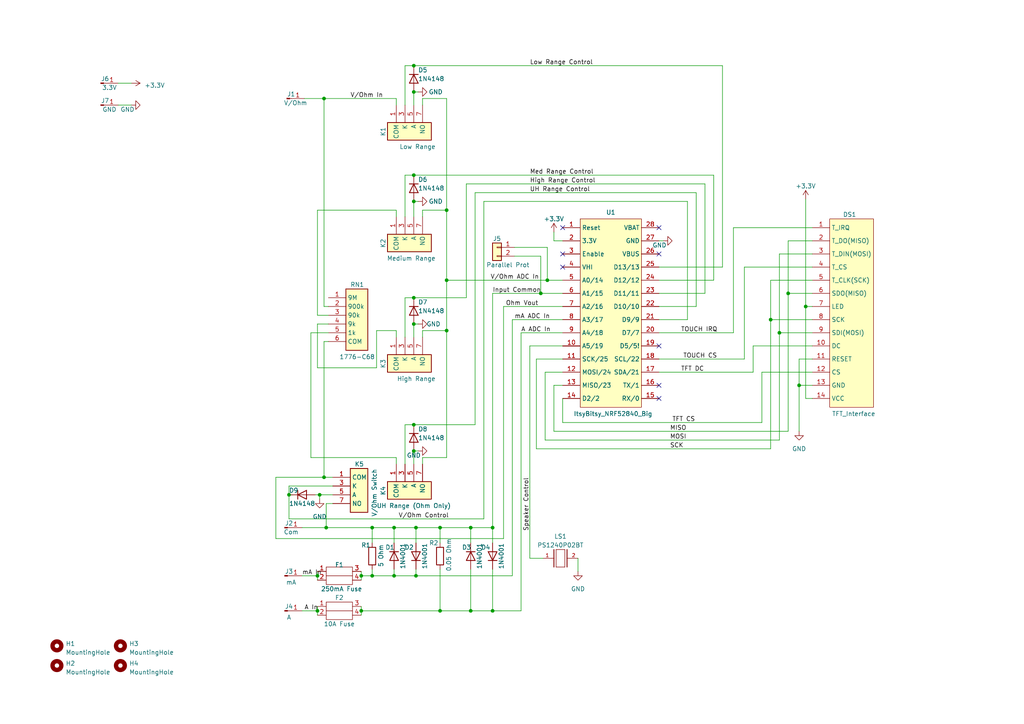
<source format=kicad_sch>
(kicad_sch (version 20230121) (generator eeschema)
  (paper "A4")
  (lib_symbols
    (symbol "502ProjectSymbols:1776-C68"
      (property "Reference" "RN" (at -2.54 13.97 0))
      (property "Value" "1776-C68" (at -2.54 11.43 0))
      (symbol "1776-C68_1_1"
        (rectangle (start -2.54 8.89) (end 3.81 -8.89) (stroke (width 0.254)) (fill (type background)))
        (pin passive line (at -7.62 6.35 0) (length 5.08) (name "9M") (number "1"))
        (pin passive line (at -7.62 3.81 0) (length 5.08) (name "900k") (number "2"))
        (pin passive line (at -7.62 1.27 0) (length 5.08) (name "90k") (number "3"))
        (pin passive line (at -7.62 -1.27 0) (length 5.08) (name "9k") (number "4"))
        (pin passive line (at -7.62 -3.81 0) (length 5.08) (name "1k") (number "5"))
        (pin passive line (at -7.62 -6.35 0) (length 5.08) (name "COM") (number "6"))
      )
    )
    (symbol "502ProjectSymbols:Fuse"
      (property "Reference" "F" (at 0 3.81 0))
      (property "Value" "Fuse" (at 0 -3.81 0))
      (symbol "Fuse_0_1"
        (rectangle (start -3.81 2.54) (end 3.81 -2.54))
        (polyline (pts (xy -3.81 0) (xy 3.81 0)))
      )
      (symbol "Fuse_1_1"
        (pin passive line (at -6.35 1.27 0) (length 2.54) (name "") (number "1"))
        (pin passive line (at -6.35 -1.27 0) (length 2.54) (name "") (number "2"))
        (pin passive line (at 6.35 1.27 180) (length 2.54) (name "") (number "3"))
        (pin passive line (at 6.35 -1.27 180) (length 2.54) (name "") (number "4"))
      )
    )
    (symbol "502ProjectSymbols:ItsyBitsy_NRF52840_Big"
      (property "Reference" "U" (at 0 27.94 0))
      (property "Value" "ItsyBitsy_NRF52840_Big" (at 0 -29.21 0))
      (symbol "ItsyBitsy_NRF52840_Big_0_1"
        (rectangle (start -8.89 26.67) (end 8.89 -27.94) (fill (type background)))
      )
      (symbol "ItsyBitsy_NRF52840_Big_1_0"
        (pin input line (at -13.97 -10.16 0) (length 5.08) (name "") (number ""))
      )
      (symbol "ItsyBitsy_NRF52840_Big_1_1"
        (pin input line (at -13.97 24.13 0) (length 5.08) (name "Reset") (number "1"))
        (pin input line (at -13.97 -10.16 0) (length 5.08) (name "A5/19") (number "10"))
        (pin bidirectional line (at -13.97 -13.97 0) (length 5.08) (name "SCK/25") (number "11"))
        (pin bidirectional line (at -13.97 -17.78 0) (length 5.08) (name "MOSI/24") (number "12"))
        (pin bidirectional line (at -13.97 -21.59 0) (length 5.08) (name "MISO/23") (number "13"))
        (pin bidirectional line (at -13.97 -25.4 0) (length 5.08) (name "D2/2") (number "14"))
        (pin bidirectional line (at 13.97 -25.4 180) (length 5.08) (name "RX/0") (number "15"))
        (pin bidirectional line (at 13.97 -21.59 180) (length 5.08) (name "TX/1") (number "16"))
        (pin bidirectional line (at 13.97 -17.78 180) (length 5.08) (name "SDA/21") (number "17"))
        (pin bidirectional line (at 13.97 -13.97 180) (length 5.08) (name "SCL/22") (number "18"))
        (pin bidirectional line (at 13.97 -10.16 180) (length 5.08) (name "D5/5!") (number "19"))
        (pin output line (at -13.97 20.32 0) (length 5.08) (name "3.3V") (number "2"))
        (pin bidirectional line (at 13.97 -6.35 180) (length 5.08) (name "D7/7") (number "20"))
        (pin bidirectional line (at 13.97 -2.54 180) (length 5.08) (name "D9/9") (number "21"))
        (pin bidirectional line (at 13.97 1.27 180) (length 5.08) (name "D10/10") (number "22"))
        (pin bidirectional line (at 13.97 5.08 180) (length 5.08) (name "D11/11") (number "23"))
        (pin bidirectional line (at 13.97 8.89 180) (length 5.08) (name "D12/12") (number "24"))
        (pin bidirectional line (at 13.97 12.7 180) (length 5.08) (name "D13/13") (number "25"))
        (pin bidirectional line (at 13.97 16.51 180) (length 5.08) (name "VBUS") (number "26"))
        (pin bidirectional line (at 13.97 20.32 180) (length 5.08) (name "GND") (number "27"))
        (pin bidirectional line (at 13.97 24.13 180) (length 5.08) (name "VBAT") (number "28"))
        (pin input line (at -13.97 16.51 0) (length 5.08) (name "Enable") (number "3"))
        (pin bidirectional line (at -13.97 12.7 0) (length 5.08) (name "VHI") (number "4"))
        (pin input line (at -13.97 8.89 0) (length 5.08) (name "A0/14") (number "5"))
        (pin input line (at -13.97 5.08 0) (length 5.08) (name "A1/15") (number "6"))
        (pin input line (at -13.97 1.27 0) (length 5.08) (name "A2/16") (number "7"))
        (pin input line (at -13.97 -2.54 0) (length 5.08) (name "A3/17") (number "8"))
        (pin input line (at -13.97 -6.35 0) (length 5.08) (name "A4/18") (number "9"))
      )
    )
    (symbol "502ProjectSymbols:PS1240P02BT" (pin_names (offset 1.016))
      (property "Reference" "LS" (at -3.81 3.81 0))
      (property "Value" "PS1240P02BT" (at -3.81 -5.08 0))
      (symbol "PS1240P02BT_0_0"
        (polyline (pts (xy -2.54 0) (xy -1.905 0)) (stroke (width 0.1524)))
        (polyline (pts (xy -1.905 -2.54) (xy -1.905 0)) (stroke (width 0.254)))
        (polyline (pts (xy -1.905 0) (xy -1.905 2.54)) (stroke (width 0.254)))
        (polyline (pts (xy -1.27 -2.54) (xy 1.27 -2.54)) (stroke (width 0.1524)))
        (polyline (pts (xy -1.27 2.54) (xy -1.27 -2.54)) (stroke (width 0.1524)))
        (polyline (pts (xy 1.27 -2.54) (xy 1.27 2.54)) (stroke (width 0.1524)))
        (polyline (pts (xy 1.27 2.54) (xy -1.27 2.54)) (stroke (width 0.1524)))
        (polyline (pts (xy 1.905 0) (xy 1.905 -2.54)) (stroke (width 0.254)))
        (polyline (pts (xy 1.905 0) (xy 2.54 0)) (stroke (width 0.1524)))
        (polyline (pts (xy 1.905 2.54) (xy 1.905 0)) (stroke (width 0.254)))
        (pin passive line (at -5.08 0 0) (length 2.54) (name "~") (number "1"))
        (pin passive line (at 5.08 0 180) (length 2.54) (name "~") (number "2"))
      )
    )
    (symbol "502ProjectSymbols:SIL03-1A72-71D"
      (property "Reference" "K" (at -1.27 8.89 0))
      (property "Value" "SIL03-1A72-71D" (at 3.81 -8.89 90))
      (symbol "SIL03-1A72-71D_1_1"
        (rectangle (start -2.54 6.35) (end 2.54 -6.35) (stroke (width 0.254)) (fill (type background)))
        (pin passive line (at -7.62 3.81 0) (length 5.08) (name "COM") (number "1"))
        (pin passive line (at -7.62 1.27 0) (length 5.08) (name "K") (number "3"))
        (pin passive line (at -7.62 -1.27 0) (length 5.08) (name "A") (number "5"))
        (pin passive line (at -7.62 -3.81 0) (length 5.08) (name "NO") (number "7"))
      )
    )
    (symbol "502ProjectSymbols:TFT_Interface"
      (property "Reference" "DS" (at -1.27 27.94 0))
      (property "Value" "TFT_Interface" (at 0 -29.21 0))
      (symbol "TFT_Interface_0_1"
        (rectangle (start -6.35 26.67) (end 6.35 -27.94) (fill (type background)))
      )
      (symbol "TFT_Interface_1_1"
        (pin passive line (at -11.43 24.13 0) (length 5.08) (name "T_IRQ") (number "1"))
        (pin passive line (at -11.43 -10.16 0) (length 5.08) (name "DC") (number "10"))
        (pin passive line (at -11.43 -13.97 0) (length 5.08) (name "RESET") (number "11"))
        (pin passive line (at -11.43 -17.78 0) (length 5.08) (name "CS") (number "12"))
        (pin passive line (at -11.43 -21.59 0) (length 5.08) (name "GND") (number "13"))
        (pin passive line (at -11.43 -25.4 0) (length 5.08) (name "VCC") (number "14"))
        (pin passive line (at -11.43 20.32 0) (length 5.08) (name "T_DO(MISO)") (number "2"))
        (pin passive line (at -11.43 16.51 0) (length 5.08) (name "T_DIN(MOSI)") (number "3"))
        (pin passive line (at -11.43 12.7 0) (length 5.08) (name "T_CS") (number "4"))
        (pin passive line (at -11.43 8.89 0) (length 5.08) (name "T_CLK(SCK)") (number "5"))
        (pin passive line (at -11.43 5.08 0) (length 5.08) (name "SDO(MISO)") (number "6"))
        (pin passive line (at -11.43 1.27 0) (length 5.08) (name "LED") (number "7"))
        (pin passive line (at -11.43 -2.54 0) (length 5.08) (name "SCK") (number "8"))
        (pin passive line (at -11.43 -6.35 0) (length 5.08) (name "SDI(MOSI)") (number "9"))
      )
    )
    (symbol "Connector:Conn_01x01_Pin" (pin_names (offset 1.016) hide)
      (property "Reference" "J" (at 0 2.54 0))
      (property "Value" "Conn_01x01_Pin" (at 0 -2.54 0))
      (symbol "Conn_01x01_Pin_1_1"
        (polyline (pts (xy 1.27 0) (xy 0.8636 0)) (stroke (width 0.1524)))
        (rectangle (start 0.8636 0.127) (end 0 -0.127) (stroke (width 0.1524)) (fill (type outline)))
        (pin passive line (at 5.08 0 180) (length 3.81) (name "Pin_1") (number "1"))
      )
    )
    (symbol "Connector_Generic:Conn_01x02" (pin_names (offset 1.016) hide)
      (property "Reference" "J" (at 0 2.54 0))
      (property "Value" "Conn_01x02" (at 0 -5.08 0))
      (symbol "Conn_01x02_1_1"
        (rectangle (start -1.27 -2.413) (end 0 -2.667) (stroke (width 0.1524)))
        (rectangle (start -1.27 0.127) (end 0 -0.127) (stroke (width 0.1524)))
        (rectangle (start -1.27 1.27) (end 1.27 -3.81) (stroke (width 0.254)) (fill (type background)))
        (pin passive line (at -5.08 0 0) (length 3.81) (name "Pin_1") (number "1"))
        (pin passive line (at -5.08 -2.54 0) (length 3.81) (name "Pin_2") (number "2"))
      )
    )
    (symbol "Device:R" (pin_numbers hide) (pin_names (offset 0))
      (property "Reference" "R" (at 2.032 0 90))
      (property "Value" "R" (at 0 0 90))
      (symbol "R_0_1"
        (rectangle (start -1.016 -2.54) (end 1.016 2.54) (stroke (width 0.254)))
      )
      (symbol "R_1_1"
        (pin passive line (at 0 3.81 270) (length 1.27) (name "~") (number "1"))
        (pin passive line (at 0 -3.81 90) (length 1.27) (name "~") (number "2"))
      )
    )
    (symbol "Diode:1N4001" (pin_numbers hide) (pin_names hide)
      (property "Reference" "D" (at 0 2.54 0))
      (property "Value" "1N4001" (at 0 -2.54 0))
      (symbol "1N4001_0_1"
        (polyline (pts (xy -1.27 1.27) (xy -1.27 -1.27)) (stroke (width 0.254)))
        (polyline (pts (xy 1.27 0) (xy -1.27 0)))
        (polyline (pts (xy 1.27 1.27) (xy 1.27 -1.27) (xy -1.27 0) (xy 1.27 1.27)) (stroke (width 0.254)))
      )
      (symbol "1N4001_1_1"
        (pin passive line (at -3.81 0 0) (length 2.54) (name "K") (number "1"))
        (pin passive line (at 3.81 0 180) (length 2.54) (name "A") (number "2"))
      )
    )
    (symbol "Diode:1N4148" (pin_numbers hide) (pin_names hide)
      (property "Reference" "D" (at 0 2.54 0))
      (property "Value" "1N4148" (at 0 -2.54 0))
      (symbol "1N4148_0_1"
        (polyline (pts (xy -1.27 1.27) (xy -1.27 -1.27)) (stroke (width 0.254)))
        (polyline (pts (xy 1.27 0) (xy -1.27 0)))
        (polyline (pts (xy 1.27 1.27) (xy 1.27 -1.27) (xy -1.27 0) (xy 1.27 1.27)) (stroke (width 0.254)))
      )
      (symbol "1N4148_1_1"
        (pin passive line (at -3.81 0 0) (length 2.54) (name "K") (number "1"))
        (pin passive line (at 3.81 0 180) (length 2.54) (name "A") (number "2"))
      )
    )
    (symbol "Mechanical:MountingHole" (pin_names (offset 1.016))
      (property "Reference" "H" (at 0 5.08 0))
      (property "Value" "MountingHole" (at 0 3.175 0))
      (symbol "MountingHole_0_1"
        (circle (center 0 0) (radius 1.27) (stroke (width 1.27)))
      )
    )
    (symbol "power:+3.3V" (power) (pin_names (offset 0))
      (property "Value" "+3.3V" (at 0 3.556 0))
      (symbol "+3.3V_0_1"
        (polyline (pts (xy -0.762 1.27) (xy 0 2.54)))
        (polyline (pts (xy 0 0) (xy 0 2.54)))
        (polyline (pts (xy 0 2.54) (xy 0.762 1.27)))
      )
      (symbol "+3.3V_1_1"
        (pin power_in line (at 0 0 90) (length 0) hide (name "+3.3V") (number "1"))
      )
    )
    (symbol "power:GND" (power) (pin_names (offset 0))
      (property "Value" "GND" (at 0 -3.81 0))
      (symbol "GND_0_1"
        (polyline (pts (xy 0 0) (xy 0 -1.27) (xy 1.27 -1.27) (xy 0 -2.54) (xy -1.27 -1.27) (xy 0 -1.27)))
      )
      (symbol "GND_1_1"
        (pin power_in line (at 0 0 270) (length 0) hide (name "GND") (number "1"))
      )
    )
  )
  (junction (at 228.6 85.09))
  (junction (at 142.875 153.035))
  (junction (at 92.075 177.165))
  (junction (at 129.54 95.885))
  (junction (at 158.75 81.28))
  (junction (at 120.015 130.81))
  (junction (at 92.075 167.005))
  (junction (at 127.635 177.165))
  (junction (at 104.775 177.165))
  (junction (at 231.775 111.76))
  (junction (at 93.98 28.575))
  (junction (at 127.635 153.035))
  (junction (at 93.98 138.43))
  (junction (at 120.015 123.19))
  (junction (at 83.82 143.51))
  (junction (at 136.525 153.035))
  (junction (at 120.015 93.98))
  (junction (at 136.525 177.165))
  (junction (at 120.015 26.67))
  (junction (at 92.71 143.51))
  (junction (at 120.015 58.42))
  (junction (at 107.95 167.005))
  (junction (at 120.65 167.005))
  (junction (at 120.65 153.035))
  (junction (at 156.845 85.09))
  (junction (at 142.875 177.165))
  (junction (at 120.015 86.36))
  (junction (at 120.015 50.8))
  (junction (at 107.95 153.035))
  (junction (at 223.52 92.71))
  (junction (at 94.615 153.035))
  (junction (at 129.54 60.96))
  (junction (at 129.54 81.28))
  (junction (at 114.3 153.035))
  (junction (at 120.015 19.05))
  (junction (at 226.06 96.52))
  (junction (at 114.3 167.005))
  (junction (at 104.775 167.005))
  (junction (at 233.68 88.9))
  (no_connect (at 191.135 66.04))
  (no_connect (at 191.135 111.76))
  (no_connect (at 191.135 73.66))
  (no_connect (at 191.135 100.33))
  (no_connect (at 163.195 77.47))
  (no_connect (at 163.195 73.66))
  (no_connect (at 163.195 66.04))
  (no_connect (at 191.135 115.57))
  (wire (pts (xy 107.95 167.005) (xy 107.95 165.1)))
  (wire (pts (xy 91.44 143.51) (xy 92.71 143.51)))
  (wire (pts (xy 95.25 99.06) (xy 93.98 99.06)))
  (wire (pts (xy 142.875 153.035) (xy 142.875 157.48)))
  (wire (pts (xy 135.255 86.36) (xy 135.255 53.34)))
  (wire (pts (xy 117.475 19.05) (xy 120.015 19.05)))
  (wire (pts (xy 160.655 111.76) (xy 160.655 125.095)))
  (wire (pts (xy 104.775 177.165) (xy 104.775 175.895)))
  (wire (pts (xy 114.3 165.1) (xy 114.3 167.005)))
  (wire (pts (xy 122.555 60.96) (xy 122.555 62.865)))
  (wire (pts (xy 153.67 100.33) (xy 153.67 161.925)))
  (wire (pts (xy 122.555 28.575) (xy 129.54 28.575)))
  (wire (pts (xy 120.015 58.42) (xy 120.015 57.785)))
  (wire (pts (xy 83.82 143.51) (xy 85.09 143.51)))
  (wire (pts (xy 231.775 104.14) (xy 231.775 111.76)))
  (wire (pts (xy 153.67 100.33) (xy 163.195 100.33)))
  (wire (pts (xy 136.525 177.165) (xy 142.875 177.165)))
  (wire (pts (xy 235.585 104.14) (xy 231.775 104.14)))
  (wire (pts (xy 157.48 161.925) (xy 153.67 161.925)))
  (wire (pts (xy 151.13 96.52) (xy 151.13 177.165)))
  (wire (pts (xy 191.135 77.47) (xy 209.55 77.47)))
  (wire (pts (xy 121.285 130.81) (xy 120.015 130.81)))
  (wire (pts (xy 104.775 177.165) (xy 104.775 178.435)))
  (wire (pts (xy 235.585 100.33) (xy 218.44 100.33)))
  (wire (pts (xy 96.52 140.97) (xy 83.82 140.97)))
  (wire (pts (xy 142.875 165.1) (xy 142.875 177.165)))
  (wire (pts (xy 223.52 81.28) (xy 223.52 92.71)))
  (wire (pts (xy 156.845 74.295) (xy 156.845 85.09)))
  (wire (pts (xy 38.1 24.13) (xy 34.29 24.13)))
  (wire (pts (xy 129.54 95.885) (xy 129.54 132.715)))
  (wire (pts (xy 212.725 96.52) (xy 191.135 96.52)))
  (wire (pts (xy 109.22 95.885) (xy 114.935 95.885)))
  (wire (pts (xy 146.05 88.9) (xy 163.195 88.9)))
  (wire (pts (xy 94.615 146.05) (xy 96.52 146.05)))
  (wire (pts (xy 87.63 177.165) (xy 92.075 177.165)))
  (wire (pts (xy 129.54 28.575) (xy 129.54 60.96)))
  (wire (pts (xy 120.015 26.67) (xy 121.285 26.67)))
  (wire (pts (xy 209.55 19.05) (xy 209.55 77.47)))
  (wire (pts (xy 94.615 146.05) (xy 94.615 153.035)))
  (wire (pts (xy 114.3 153.035) (xy 114.3 157.48)))
  (wire (pts (xy 120.015 19.05) (xy 209.55 19.05)))
  (wire (pts (xy 146.05 88.9) (xy 146.05 156.21)))
  (wire (pts (xy 80.01 138.43) (xy 93.98 138.43)))
  (wire (pts (xy 231.775 111.76) (xy 231.775 125.095)))
  (wire (pts (xy 121.285 58.42) (xy 120.015 58.42)))
  (wire (pts (xy 120.015 58.42) (xy 120.015 62.865)))
  (wire (pts (xy 235.585 88.9) (xy 233.68 88.9)))
  (wire (pts (xy 117.475 123.19) (xy 120.015 123.19)))
  (wire (pts (xy 120.015 93.98) (xy 120.015 97.79)))
  (wire (pts (xy 228.6 69.85) (xy 228.6 85.09)))
  (wire (pts (xy 148.59 92.71) (xy 163.195 92.71)))
  (wire (pts (xy 235.585 69.85) (xy 228.6 69.85)))
  (wire (pts (xy 92.075 106.68) (xy 109.22 106.68)))
  (wire (pts (xy 215.9 77.47) (xy 215.9 104.14)))
  (wire (pts (xy 120.65 153.035) (xy 120.65 157.48)))
  (wire (pts (xy 95.25 93.98) (xy 92.075 93.98)))
  (wire (pts (xy 88.265 28.575) (xy 93.98 28.575)))
  (wire (pts (xy 235.585 66.04) (xy 212.725 66.04)))
  (wire (pts (xy 226.06 96.52) (xy 235.585 96.52)))
  (wire (pts (xy 191.135 69.85) (xy 192.405 69.85)))
  (wire (pts (xy 129.54 81.28) (xy 129.54 95.885)))
  (wire (pts (xy 127.635 177.165) (xy 127.635 165.1)))
  (wire (pts (xy 129.54 81.28) (xy 158.75 81.28)))
  (wire (pts (xy 233.68 88.9) (xy 233.68 115.57)))
  (wire (pts (xy 235.585 81.28) (xy 223.52 81.28)))
  (wire (pts (xy 158.115 107.95) (xy 158.115 127.635)))
  (wire (pts (xy 94.615 153.035) (xy 107.95 153.035)))
  (wire (pts (xy 220.98 107.95) (xy 220.98 122.555)))
  (wire (pts (xy 87.63 153.035) (xy 94.615 153.035)))
  (wire (pts (xy 92.075 177.165) (xy 92.075 175.895)))
  (wire (pts (xy 92.075 177.165) (xy 92.075 178.435)))
  (wire (pts (xy 212.725 66.04) (xy 212.725 96.52)))
  (wire (pts (xy 163.195 111.76) (xy 160.655 111.76)))
  (wire (pts (xy 136.525 165.1) (xy 136.525 177.165)))
  (wire (pts (xy 235.585 107.95) (xy 220.98 107.95)))
  (wire (pts (xy 120.015 86.36) (xy 135.255 86.36)))
  (wire (pts (xy 220.98 122.555) (xy 163.195 122.555)))
  (wire (pts (xy 191.135 107.95) (xy 218.44 107.95)))
  (wire (pts (xy 158.75 71.755) (xy 158.75 81.28)))
  (wire (pts (xy 127.635 153.035) (xy 127.635 157.48)))
  (wire (pts (xy 92.075 91.44) (xy 92.075 60.96)))
  (wire (pts (xy 207.01 50.8) (xy 207.01 81.28)))
  (wire (pts (xy 158.75 81.28) (xy 163.195 81.28)))
  (wire (pts (xy 226.06 127.635) (xy 226.06 96.52)))
  (wire (pts (xy 83.82 150.495) (xy 140.335 150.495)))
  (wire (pts (xy 191.135 85.09) (xy 204.47 85.09)))
  (wire (pts (xy 93.98 138.43) (xy 96.52 138.43)))
  (wire (pts (xy 80.01 156.21) (xy 80.01 138.43)))
  (wire (pts (xy 38.1 30.48) (xy 34.29 30.48)))
  (wire (pts (xy 93.98 28.575) (xy 93.98 88.9)))
  (wire (pts (xy 129.54 132.715) (xy 122.555 132.715)))
  (wire (pts (xy 163.195 104.14) (xy 155.575 104.14)))
  (wire (pts (xy 109.22 106.68) (xy 109.22 95.885)))
  (wire (pts (xy 92.075 167.005) (xy 92.075 168.275)))
  (wire (pts (xy 120.015 123.19) (xy 137.795 123.19)))
  (wire (pts (xy 122.555 60.96) (xy 129.54 60.96)))
  (wire (pts (xy 104.775 177.165) (xy 127.635 177.165)))
  (wire (pts (xy 142.875 177.165) (xy 151.13 177.165)))
  (wire (pts (xy 142.875 85.09) (xy 156.845 85.09)))
  (wire (pts (xy 223.52 130.175) (xy 223.52 92.71)))
  (wire (pts (xy 235.585 77.47) (xy 215.9 77.47)))
  (wire (pts (xy 122.555 95.885) (xy 122.555 97.79)))
  (wire (pts (xy 158.115 127.635) (xy 226.06 127.635)))
  (wire (pts (xy 93.98 99.06) (xy 93.98 138.43)))
  (wire (pts (xy 80.01 156.21) (xy 146.05 156.21)))
  (wire (pts (xy 233.68 115.57) (xy 235.585 115.57)))
  (wire (pts (xy 117.475 97.79) (xy 117.475 86.36)))
  (wire (pts (xy 90.17 132.715) (xy 114.935 132.715)))
  (wire (pts (xy 95.25 96.52) (xy 90.17 96.52)))
  (wire (pts (xy 201.93 55.88) (xy 201.93 88.9)))
  (wire (pts (xy 107.95 167.005) (xy 114.3 167.005)))
  (wire (pts (xy 107.95 153.035) (xy 107.95 157.48)))
  (wire (pts (xy 135.255 53.34) (xy 204.47 53.34)))
  (wire (pts (xy 121.285 93.98) (xy 120.015 93.98)))
  (wire (pts (xy 163.195 107.95) (xy 158.115 107.95)))
  (wire (pts (xy 92.075 93.98) (xy 92.075 106.68)))
  (wire (pts (xy 120.015 50.8) (xy 207.01 50.8)))
  (wire (pts (xy 92.71 144.78) (xy 92.71 143.51)))
  (wire (pts (xy 156.845 85.09) (xy 163.195 85.09)))
  (wire (pts (xy 137.795 123.19) (xy 137.795 55.88)))
  (wire (pts (xy 231.775 111.76) (xy 235.585 111.76)))
  (wire (pts (xy 92.075 60.96) (xy 114.935 60.96)))
  (wire (pts (xy 163.195 69.85) (xy 160.655 69.85)))
  (wire (pts (xy 122.555 132.715) (xy 122.555 134.62)))
  (wire (pts (xy 149.225 71.755) (xy 158.75 71.755)))
  (wire (pts (xy 155.575 104.14) (xy 155.575 130.175)))
  (wire (pts (xy 151.13 96.52) (xy 163.195 96.52)))
  (wire (pts (xy 167.64 161.925) (xy 167.64 165.735)))
  (wire (pts (xy 114.3 167.005) (xy 120.65 167.005)))
  (wire (pts (xy 160.655 125.095) (xy 228.6 125.095)))
  (wire (pts (xy 114.935 60.96) (xy 114.935 62.865)))
  (wire (pts (xy 191.135 81.28) (xy 207.01 81.28)))
  (wire (pts (xy 117.475 50.8) (xy 120.015 50.8)))
  (wire (pts (xy 104.775 165.735) (xy 104.775 167.005)))
  (wire (pts (xy 199.39 58.42) (xy 199.39 92.71)))
  (wire (pts (xy 120.015 26.67) (xy 120.015 30.48)))
  (wire (pts (xy 107.95 153.035) (xy 114.3 153.035)))
  (wire (pts (xy 104.775 167.005) (xy 107.95 167.005)))
  (wire (pts (xy 129.54 60.96) (xy 129.54 81.28)))
  (wire (pts (xy 127.635 153.035) (xy 136.525 153.035)))
  (wire (pts (xy 120.015 130.81) (xy 120.015 134.62)))
  (wire (pts (xy 149.225 74.295) (xy 156.845 74.295)))
  (wire (pts (xy 114.935 132.715) (xy 114.935 134.62)))
  (wire (pts (xy 117.475 62.865) (xy 117.475 50.8)))
  (wire (pts (xy 122.555 28.575) (xy 122.555 30.48)))
  (wire (pts (xy 95.25 91.44) (xy 92.075 91.44)))
  (wire (pts (xy 223.52 92.71) (xy 235.585 92.71)))
  (wire (pts (xy 155.575 130.175) (xy 223.52 130.175)))
  (wire (pts (xy 122.555 95.885) (xy 129.54 95.885)))
  (wire (pts (xy 140.335 58.42) (xy 199.39 58.42)))
  (wire (pts (xy 218.44 100.33) (xy 218.44 107.95)))
  (wire (pts (xy 114.935 95.885) (xy 114.935 97.79)))
  (wire (pts (xy 117.475 134.62) (xy 117.475 123.19)))
  (wire (pts (xy 228.6 85.09) (xy 235.585 85.09)))
  (wire (pts (xy 163.195 122.555) (xy 163.195 115.57)))
  (wire (pts (xy 114.935 28.575) (xy 114.935 30.48)))
  (wire (pts (xy 120.65 153.035) (xy 127.635 153.035)))
  (wire (pts (xy 235.585 73.66) (xy 226.06 73.66)))
  (wire (pts (xy 233.68 88.9) (xy 233.68 57.785)))
  (wire (pts (xy 127.635 177.165) (xy 136.525 177.165)))
  (wire (pts (xy 137.795 55.88) (xy 201.93 55.88)))
  (wire (pts (xy 140.335 150.495) (xy 140.335 58.42)))
  (wire (pts (xy 83.82 143.51) (xy 83.82 150.495)))
  (wire (pts (xy 199.39 92.71) (xy 191.135 92.71)))
  (wire (pts (xy 120.65 167.005) (xy 148.59 167.005)))
  (wire (pts (xy 215.9 104.14) (xy 191.135 104.14)))
  (wire (pts (xy 117.475 19.05) (xy 117.475 30.48)))
  (wire (pts (xy 142.875 85.09) (xy 142.875 153.035)))
  (wire (pts (xy 87.63 167.005) (xy 92.075 167.005)))
  (wire (pts (xy 104.775 167.005) (xy 104.775 168.275)))
  (wire (pts (xy 201.93 88.9) (xy 191.135 88.9)))
  (wire (pts (xy 136.525 153.035) (xy 142.875 153.035)))
  (wire (pts (xy 204.47 53.34) (xy 204.47 85.09)))
  (wire (pts (xy 117.475 86.36) (xy 120.015 86.36)))
  (wire (pts (xy 95.25 88.9) (xy 93.98 88.9)))
  (wire (pts (xy 92.71 143.51) (xy 96.52 143.51)))
  (wire (pts (xy 136.525 153.035) (xy 136.525 157.48)))
  (wire (pts (xy 148.59 92.71) (xy 148.59 167.005)))
  (wire (pts (xy 226.06 73.66) (xy 226.06 96.52)))
  (wire (pts (xy 160.655 69.85) (xy 160.655 67.31)))
  (wire (pts (xy 92.075 167.005) (xy 92.075 165.735)))
  (wire (pts (xy 90.17 96.52) (xy 90.17 132.715)))
  (wire (pts (xy 228.6 125.095) (xy 228.6 85.09)))
  (wire (pts (xy 93.98 28.575) (xy 114.935 28.575)))
  (wire (pts (xy 120.65 165.1) (xy 120.65 167.005)))
  (wire (pts (xy 114.3 153.035) (xy 120.65 153.035)))
  (wire (pts (xy 83.82 140.97) (xy 83.82 143.51)))
  (label "TFT DC" (at 197.485 107.95 0))
  (label "SCK" (at 194.31 130.175 0))
  (label "Speaker Control" (at 153.67 138.43 270))
  (label "V{slash}Ohm Control" (at 115.57 150.495 0))
  (label "A In" (at 88.265 177.165 0))
  (label "Ohm Vout" (at 146.685 88.9 0))
  (label "TOUCH IRQ" (at 197.485 96.52 0))
  (label "MOSI" (at 194.31 127.635 0))
  (label "High Range Control" (at 153.67 53.34 0))
  (label "V{slash}Ohm ADC In" (at 142.24 81.28 0))
  (label "Input Common" (at 142.875 85.09 0))
  (label "UH Range Control" (at 153.67 55.88 0))
  (label "TFT CS" (at 194.945 122.555 0))
  (label "A ADC In" (at 151.13 96.52 0))
  (label "mA ADC In" (at 149.225 92.71 0))
  (label "Med Range Control" (at 153.67 50.8 0))
  (label "TOUCH CS" (at 198.12 104.14 0))
  (label "Low Range Control" (at 153.67 19.05 0))
  (label "V{slash}Ohm In" (at 101.6 28.575 0))
  (label "MISO" (at 194.31 125.095 0))
  (label "mA In" (at 87.63 167.005 0))
  (symbol (lib_id "Device:R") (at 127.635 161.29 180) (unit 1)
    (property "Reference" "R2" (at 124.46 157.48 0) (effects (justify right)))
    (property "Value" "0.05 Ohm" (at 130.175 165.735 90) (effects (justify right)))
    (property "Footprint" "502ProjectFootprints:LOB-1528272_3" (effects hide))
  )
  (symbol (lib_id "Diode:1N4148") (at 120.015 127 270) (unit 1)
    (property "Reference" "D8" (at 121.285 124.46 90) (effects (justify left)))
    (property "Value" "1N4148" (at 121.285 127 90) (effects (justify left)))
    (property "Footprint" "Diode_THT:D_DO-35_SOD27_P7.62mm_Horizontal" (effects hide))
    (property "Datasheet" "https://assets.nexperia.com/documents/data-sheet/1N4148_1N4448.pdf" (effects hide))
    (property "Sim.Device" "D" (effects hide))
    (property "Sim.Pins" "1=K 2=A" (effects hide))
  )
  (symbol (lib_id "power:GND") (at 121.285 58.42 90) (unit 1)
    (property "Reference" "#PWR09" (effects hide))
    (property "Value" "GND" (at 126.365 58.42 90))
  )
  (symbol (lib_id "Diode:1N4148") (at 87.63 143.51 0) (unit 1)
    (property "Reference" "D9" (at 83.82 142.24 0) (effects (justify left)))
    (property "Value" "1N4148" (at 83.82 146.05 0) (effects (justify left)))
    (property "Footprint" "Diode_THT:D_DO-35_SOD27_P7.62mm_Horizontal" (effects hide))
    (property "Datasheet" "https://assets.nexperia.com/documents/data-sheet/1N4148_1N4448.pdf" (effects hide))
    (property "Sim.Device" "D" (effects hide))
    (property "Sim.Pins" "1=K 2=A" (effects hide))
  )
  (symbol (lib_id "power:GND") (at 167.64 165.735 0) (unit 1)
    (property "Reference" "#PWR010" (effects hide))
    (property "Value" "GND" (at 167.64 170.815 0))
  )
  (symbol (lib_id "Mechanical:MountingHole") (at 34.925 193.04 0) (unit 1)
    (property "Reference" "H4" (at 37.465 192.405 0) (effects (justify left)))
    (property "Value" "MountingHole" (at 37.465 194.945 0) (effects (justify left)))
    (property "Footprint" "502ProjectFootprints:MountingHole_3mm" (effects hide))
  )
  (symbol (lib_id "Connector:Conn_01x01_Pin") (at 82.55 153.035 0) (unit 1)
    (property "Reference" "J2" (at 83.82 151.765 0))
    (property "Value" "Com" (at 84.455 154.305 0))
    (property "Footprint" "502ProjectFootprints:PinHeader_1x01_P2.54mm_Vertical_H0.8mm" (effects hide))
  )
  (symbol (lib_id "Diode:1N4148") (at 120.015 90.17 270) (unit 1)
    (property "Reference" "D7" (at 121.285 87.63 90) (effects (justify left)))
    (property "Value" "1N4148" (at 121.285 90.17 90) (effects (justify left)))
    (property "Footprint" "Diode_THT:D_DO-35_SOD27_P7.62mm_Horizontal" (effects hide))
    (property "Datasheet" "https://assets.nexperia.com/documents/data-sheet/1N4148_1N4448.pdf" (effects hide))
    (property "Sim.Device" "D" (effects hide))
    (property "Sim.Pins" "1=K 2=A" (effects hide))
  )
  (symbol (lib_id "power:+3.3V") (at 38.1 24.13 270) (unit 1)
    (property "Reference" "#PWR012" (effects hide))
    (property "Value" "+3.3V" (at 41.91 24.765 90) (effects (justify left)))
  )
  (symbol (lib_id "502ProjectSymbols:SIL03-1A72-71D") (at 118.745 70.485 90) (mirror x) (unit 1)
    (property "Reference" "K2" (at 111.125 69.215 0) (effects (justify left)))
    (property "Value" "Medium Range" (at 126.365 74.93 90) (effects (justify left)))
    (property "Footprint" "502ProjectFootprints:SIL03-1A72-71_4" (effects hide))
    (property "Datasheet" "https://4a30d8fd18dae1bf393d-df49f4cedb726ad03ad145d2e3d346bd.ssl.cf5.rackcdn.com/datasheets/33/3303172171e.pdf" (effects hide))
    (property "Height" "7.8" (effects hide))
    (property "Manufacturer_Name" "Meder" (effects hide))
    (property "Manufacturer_Part_Number" "SIL03-1A72-71D" (effects hide))
    (property "Mouser Part Number" "876-SIL03-1A72-71D" (effects hide))
    (property "Mouser Price/Stock" "https://www.mouser.co.uk/ProductDetail/MEDER-electronic-Standex/SIL03-1A72-71D?qs=XQXp6f9AQWAyfFxxKRfX0Q%3D%3D" (effects hide))
  )
  (symbol (lib_id "Mechanical:MountingHole") (at 16.51 187.325 0) (unit 1)
    (property "Reference" "H1" (at 19.05 186.69 0) (effects (justify left)))
    (property "Value" "MountingHole" (at 19.05 189.23 0) (effects (justify left)))
    (property "Footprint" "502ProjectFootprints:MountingHole_3mm" (effects hide))
  )
  (symbol (lib_id "Device:R") (at 107.95 161.29 180) (unit 1)
    (property "Reference" "R1" (at 104.775 158.115 0) (effects (justify right)))
    (property "Value" "5 Ohm" (at 110.49 164.465 90) (effects (justify right)))
    (property "Footprint" "Resistor_THT:R_Axial_DIN0207_L6.3mm_D2.5mm_P10.16mm_Horizontal" (effects hide))
  )
  (symbol (lib_id "502ProjectSymbols:TFT_Interface") (at 247.015 90.17 0) (unit 1)
    (property "Reference" "DS1" (at 244.475 62.23 0) (effects (justify left)))
    (property "Value" "TFT_Interface" (at 241.3 120.015 0) (effects (justify left)))
    (property "Footprint" "502ProjectFootprints:PinHeader_1x14_P2.54mm_Vertical_H0.9mm" (effects hide))
  )
  (symbol (lib_id "502ProjectSymbols:SIL03-1A72-71D") (at 104.14 142.24 0) (unit 1)
    (property "Reference" "K5" (at 102.87 134.62 0) (effects (justify left)))
    (property "Value" "V/Ohm Switch" (at 108.585 149.86 90) (effects (justify left)))
    (property "Footprint" "502ProjectFootprints:SIL03-1A72-71_4" (effects hide))
    (property "Datasheet" "https://4a30d8fd18dae1bf393d-df49f4cedb726ad03ad145d2e3d346bd.ssl.cf5.rackcdn.com/datasheets/33/3303172171e.pdf" (effects hide))
    (property "Height" "7.8" (effects hide))
    (property "Manufacturer_Name" "Meder" (effects hide))
    (property "Manufacturer_Part_Number" "SIL03-1A72-71D" (effects hide))
    (property "Mouser Part Number" "876-SIL03-1A72-71D" (effects hide))
    (property "Mouser Price/Stock" "https://www.mouser.co.uk/ProductDetail/MEDER-electronic-Standex/SIL03-1A72-71D?qs=XQXp6f9AQWAyfFxxKRfX0Q%3D%3D" (effects hide))
  )
  (symbol (lib_id "502ProjectSymbols:SIL03-1A72-71D") (at 118.745 38.1 90) (mirror x) (unit 1)
    (property "Reference" "K1" (at 111.125 36.83 0) (effects (justify left)))
    (property "Value" "Low Range" (at 126.365 42.545 90) (effects (justify left)))
    (property "Footprint" "502ProjectFootprints:SIL03-1A72-71_4" (effects hide))
    (property "Datasheet" "https://4a30d8fd18dae1bf393d-df49f4cedb726ad03ad145d2e3d346bd.ssl.cf5.rackcdn.com/datasheets/33/3303172171e.pdf" (effects hide))
    (property "Height" "7.8" (effects hide))
    (property "Manufacturer_Name" "Meder" (effects hide))
    (property "Manufacturer_Part_Number" "SIL03-1A72-71D" (effects hide))
    (property "Mouser Part Number" "876-SIL03-1A72-71D" (effects hide))
    (property "Mouser Price/Stock" "https://www.mouser.co.uk/ProductDetail/MEDER-electronic-Standex/SIL03-1A72-71D?qs=XQXp6f9AQWAyfFxxKRfX0Q%3D%3D" (effects hide))
  )
  (symbol (lib_id "power:GND") (at 121.285 26.67 90) (unit 1)
    (property "Reference" "#PWR05" (effects hide))
    (property "Value" "GND" (at 126.365 26.67 90))
  )
  (symbol (lib_id "502ProjectSymbols:Fuse") (at 98.425 167.005 0) (unit 1)
    (property "Reference" "F1" (at 98.425 163.83 0))
    (property "Value" "250mA Fuse" (at 99.06 170.815 0))
    (property "Footprint" "502ProjectFootprints:LF124061_2" (effects hide))
  )
  (symbol (lib_id "Diode:1N4001") (at 114.3 161.29 270) (unit 1)
    (property "Reference" "D1" (at 111.76 158.75 90) (effects (justify left)))
    (property "Value" "1N4001" (at 116.84 157.48 0) (effects (justify left)))
    (property "Footprint" "Diode_THT:D_DO-41_SOD81_P10.16mm_Horizontal" (effects hide))
    (property "Datasheet" "http://www.vishay.com/docs/88503/1n4001.pdf" (effects hide))
    (property "Sim.Device" "D" (effects hide))
    (property "Sim.Pins" "1=K 2=A" (effects hide))
  )
  (symbol (lib_id "502ProjectSymbols:SIL03-1A72-71D") (at 118.745 105.41 90) (mirror x) (unit 1)
    (property "Reference" "K3" (at 111.125 104.14 0) (effects (justify left)))
    (property "Value" "High Range" (at 126.365 109.855 90) (effects (justify left)))
    (property "Footprint" "502ProjectFootprints:SIL03-1A72-71_4" (effects hide))
    (property "Datasheet" "https://4a30d8fd18dae1bf393d-df49f4cedb726ad03ad145d2e3d346bd.ssl.cf5.rackcdn.com/datasheets/33/3303172171e.pdf" (effects hide))
    (property "Height" "7.8" (effects hide))
    (property "Manufacturer_Name" "Meder" (effects hide))
    (property "Manufacturer_Part_Number" "SIL03-1A72-71D" (effects hide))
    (property "Mouser Part Number" "876-SIL03-1A72-71D" (effects hide))
    (property "Mouser Price/Stock" "https://www.mouser.co.uk/ProductDetail/MEDER-electronic-Standex/SIL03-1A72-71D?qs=XQXp6f9AQWAyfFxxKRfX0Q%3D%3D" (effects hide))
  )
  (symbol (lib_id "power:GND") (at 231.775 125.095 0) (unit 1)
    (property "Reference" "#PWR03" (effects hide))
    (property "Value" "GND" (at 231.775 130.175 0))
  )
  (symbol (lib_id "Diode:1N4001") (at 142.875 161.29 90) (unit 1)
    (property "Reference" "D4" (at 142.24 158.75 90) (effects (justify left)))
    (property "Value" "1N4001" (at 145.415 165.1 0) (effects (justify left)))
    (property "Footprint" "Diode_THT:D_DO-41_SOD81_P10.16mm_Horizontal" (effects hide))
    (property "Datasheet" "http://www.vishay.com/docs/88503/1n4001.pdf" (effects hide))
    (property "Sim.Device" "D" (effects hide))
    (property "Sim.Pins" "1=K 2=A" (effects hide))
  )
  (symbol (lib_id "Diode:1N4001") (at 120.65 161.29 90) (unit 1)
    (property "Reference" "D2" (at 120.015 158.75 90) (effects (justify left)))
    (property "Value" "1N4001" (at 123.19 165.1 0) (effects (justify left)))
    (property "Footprint" "Diode_THT:D_DO-41_SOD81_P10.16mm_Horizontal" (effects hide))
    (property "Datasheet" "http://www.vishay.com/docs/88503/1n4001.pdf" (effects hide))
    (property "Sim.Device" "D" (effects hide))
    (property "Sim.Pins" "1=K 2=A" (effects hide))
  )
  (symbol (lib_id "power:+3.3V") (at 160.655 67.31 0) (unit 1)
    (property "Reference" "#PWR01" (effects hide))
    (property "Value" "+3.3V" (at 160.655 63.5 0))
  )
  (symbol (lib_id "502ProjectSymbols:PS1240P02BT") (at 162.56 161.925 0) (unit 1)
    (property "Reference" "LS1" (at 162.56 155.575 0))
    (property "Value" "PS1240P02BT" (at 162.56 158.115 0))
    (property "Footprint" "502ProjectFootprints:XDCR_PS1240P02BT" (effects hide))
    (property "MF" "TDK" (effects hide))
    (property "PRICE" "None" (effects hide))
    (property "AVAILABILITY" "Unavailable" (effects hide))
    (property "PACKAGE" "SIP-5 TDK" (effects hide))
    (property "MAXIMUM_PACKAGE_HEIGHT" "7.0mm" (effects hide))
    (property "DESCRIPTION" "Buzzers Transducer, Externally Driven Piezo 3V 4kHz 60dB @ 3V, 10cm Through Hole PC Pins" (effects hide))
    (property "MP" "PS1240P02CT3" (effects hide))
  )
  (symbol (lib_id "502ProjectSymbols:SIL03-1A72-71D") (at 118.745 142.24 90) (mirror x) (unit 1)
    (property "Reference" "K4" (at 111.125 140.97 0) (effects (justify left)))
    (property "Value" "UH Range (Ohm Only)" (at 130.81 146.685 90) (effects (justify left)))
    (property "Footprint" "502ProjectFootprints:SIL03-1A72-71_4" (effects hide))
    (property "Datasheet" "https://4a30d8fd18dae1bf393d-df49f4cedb726ad03ad145d2e3d346bd.ssl.cf5.rackcdn.com/datasheets/33/3303172171e.pdf" (effects hide))
    (property "Height" "7.8" (effects hide))
    (property "Manufacturer_Name" "Meder" (effects hide))
    (property "Manufacturer_Part_Number" "SIL03-1A72-71D" (effects hide))
    (property "Mouser Part Number" "876-SIL03-1A72-71D" (effects hide))
    (property "Mouser Price/Stock" "https://www.mouser.co.uk/ProductDetail/MEDER-electronic-Standex/SIL03-1A72-71D?qs=XQXp6f9AQWAyfFxxKRfX0Q%3D%3D" (effects hide))
  )
  (symbol (lib_id "power:GND") (at 121.285 93.98 90) (unit 1)
    (property "Reference" "#PWR06" (effects hide))
    (property "Value" "GND" (at 125.73 93.98 90))
  )
  (symbol (lib_id "power:+3.3V") (at 233.68 57.785 0) (unit 1)
    (property "Reference" "#PWR04" (effects hide))
    (property "Value" "+3.3V" (at 233.68 53.975 0))
  )
  (symbol (lib_id "Mechanical:MountingHole") (at 16.51 193.04 0) (unit 1)
    (property "Reference" "H2" (at 19.05 192.405 0) (effects (justify left)))
    (property "Value" "MountingHole" (at 19.05 194.945 0) (effects (justify left)))
    (property "Footprint" "502ProjectFootprints:MountingHole_3mm" (effects hide))
  )
  (symbol (lib_id "Diode:1N4001") (at 136.525 161.29 270) (unit 1)
    (property "Reference" "D3" (at 133.985 158.75 90) (effects (justify left)))
    (property "Value" "1N4001" (at 139.065 157.48 0) (effects (justify left)))
    (property "Footprint" "Diode_THT:D_DO-41_SOD81_P10.16mm_Horizontal" (effects hide))
    (property "Datasheet" "http://www.vishay.com/docs/88503/1n4001.pdf" (effects hide))
    (property "Sim.Device" "D" (effects hide))
    (property "Sim.Pins" "1=K 2=A" (effects hide))
  )
  (symbol (lib_id "Connector:Conn_01x01_Pin") (at 82.55 167.005 0) (unit 1)
    (property "Reference" "J3" (at 83.82 165.735 0))
    (property "Value" "mA" (at 84.455 168.91 0))
    (property "Footprint" "502ProjectFootprints:PinHeader_1x01_P2.54mm_Vertical_H0.8mm" (effects hide))
  )
  (symbol (lib_id "Connector:Conn_01x01_Pin") (at 29.21 24.13 0) (unit 1)
    (property "Reference" "J6" (at 30.48 22.86 0))
    (property "Value" "3.3V" (at 31.75 25.4 0))
    (property "Footprint" "502ProjectFootprints:PinHeader_1x01_P2.54mm_Vertical_H0.8mm" (effects hide))
  )
  (symbol (lib_id "power:GND") (at 92.71 144.78 0) (unit 1)
    (property "Reference" "#PWR08" (effects hide))
    (property "Value" "GND" (at 92.71 149.86 0))
  )
  (symbol (lib_id "power:GND") (at 192.405 69.85 90) (unit 1)
    (property "Reference" "#PWR02" (effects hide))
    (property "Value" "GND" (at 189.23 71.12 90) (effects (justify right)))
  )
  (symbol (lib_id "Connector_Generic:Conn_01x02") (at 144.145 71.755 0) (mirror y) (unit 1)
    (property "Reference" "J5" (at 144.145 69.215 0))
    (property "Value" "Parallel Prot" (at 147.32 76.835 0))
    (property "Footprint" "502ProjectFootprints:PinHeader_1x02_P2.54mm_Vertical_H0.9mm" (effects hide))
  )
  (symbol (lib_id "502ProjectSymbols:1776-C68") (at 102.87 92.71 0) (unit 1)
    (property "Reference" "RN1" (at 101.6 82.55 0) (effects (justify left)))
    (property "Value" "1776-C68" (at 98.425 103.505 0) (effects (justify left)))
    (property "Footprint" "502ProjectFootprints:1776-C68-1" (effects hide))
    (property "Datasheet" "http://www.caddock.com/Online_catalog/Mrktg_Lit/Type1776.pdf" (effects hide))
    (property "Height" "13.97" (effects hide))
    (property "Manufacturer_Name" "Caddock" (effects hide))
    (property "Manufacturer_Part_Number" "1776-C68" (effects hide))
    (property "Mouser Part Number" "684-1776-C68" (effects hide))
    (property "Mouser Price/Stock" "https://www.mouser.co.uk/ProductDetail/Caddock/1776-C68?qs=2QmwSASSNhaGcnZtYodE5g%3D%3D" (effects hide))
  )
  (symbol (lib_id "Mechanical:MountingHole") (at 34.925 187.325 0) (unit 1)
    (property "Reference" "H3" (at 37.465 186.69 0) (effects (justify left)))
    (property "Value" "MountingHole" (at 37.465 189.23 0) (effects (justify left)))
    (property "Footprint" "502ProjectFootprints:MountingHole_3mm" (effects hide))
  )
  (symbol (lib_id "power:GND") (at 38.1 30.48 90) (unit 1)
    (property "Reference" "#PWR011" (effects hide))
    (property "Value" "GND" (at 34.925 31.75 90) (effects (justify right)))
  )
  (symbol (lib_id "power:GND") (at 121.285 130.81 90) (unit 1)
    (property "Reference" "#PWR07" (effects hide))
    (property "Value" "GND" (at 120.015 132.08 90))
  )
  (symbol (lib_id "Connector:Conn_01x01_Pin") (at 29.21 30.48 0) (unit 1)
    (property "Reference" "J7" (at 30.48 29.21 0))
    (property "Value" "GND" (at 31.75 31.75 0))
    (property "Footprint" "502ProjectFootprints:PinHeader_1x01_P2.54mm_Vertical_H0.8mm" (effects hide))
  )
  (symbol (lib_id "Connector:Conn_01x01_Pin") (at 82.55 177.165 0) (unit 1)
    (property "Reference" "J4" (at 83.82 175.895 0))
    (property "Value" "A" (at 83.82 179.07 0))
    (property "Footprint" "502ProjectFootprints:PinHeader_1x01_P2.54mm_Vertical_H0.8mm" (effects hide))
  )
  (symbol (lib_id "Diode:1N4148") (at 120.015 54.61 270) (unit 1)
    (property "Reference" "D6" (at 121.285 52.07 90) (effects (justify left)))
    (property "Value" "1N4148" (at 121.285 54.61 90) (effects (justify left)))
    (property "Footprint" "Diode_THT:D_DO-35_SOD27_P7.62mm_Horizontal" (effects hide))
    (property "Datasheet" "https://assets.nexperia.com/documents/data-sheet/1N4148_1N4448.pdf" (effects hide))
    (property "Sim.Device" "D" (effects hide))
    (property "Sim.Pins" "1=K 2=A" (effects hide))
  )
  (symbol (lib_id "502ProjectSymbols:Fuse") (at 98.425 177.165 0) (unit 1)
    (property "Reference" "F2" (at 98.425 173.355 0))
    (property "Value" "10A Fuse" (at 98.425 180.975 0))
    (property "Footprint" "502ProjectFootprints:LF124041_3" (effects hide))
  )
  (symbol (lib_id "Diode:1N4148") (at 120.015 22.86 270) (unit 1)
    (property "Reference" "D5" (at 121.285 20.32 90) (effects (justify left)))
    (property "Value" "1N4148" (at 121.285 22.86 90) (effects (justify left)))
    (property "Footprint" "Diode_THT:D_DO-35_SOD27_P7.62mm_Horizontal" (effects hide))
    (property "Datasheet" "https://assets.nexperia.com/documents/data-sheet/1N4148_1N4448.pdf" (effects hide))
    (property "Sim.Device" "D" (effects hide))
    (property "Sim.Pins" "1=K 2=A" (effects hide))
  )
  (symbol (lib_id "Connector:Conn_01x01_Pin") (at 83.185 28.575 0) (unit 1)
    (property "Reference" "J1" (at 84.455 27.305 0))
    (property "Value" "V/Ohm" (at 85.725 29.845 0))
    (property "Footprint" "502ProjectFootprints:PinHeader_1x01_P2.54mm_Vertical_H0.8mm" (effects hide))
  )
  (symbol (lib_id "502ProjectSymbols:ItsyBitsy_NRF52840_Big") (at 177.165 90.17 0) (unit 1)
    (property "Reference" "U1" (at 177.165 61.595 0))
    (property "Value" "ItsyBitsy_NRF52840_Big" (at 177.8 120.015 0))
    (property "Footprint" "502ProjectFootprints:ItsyBitsy" (effects hide))
  )
)
</source>
